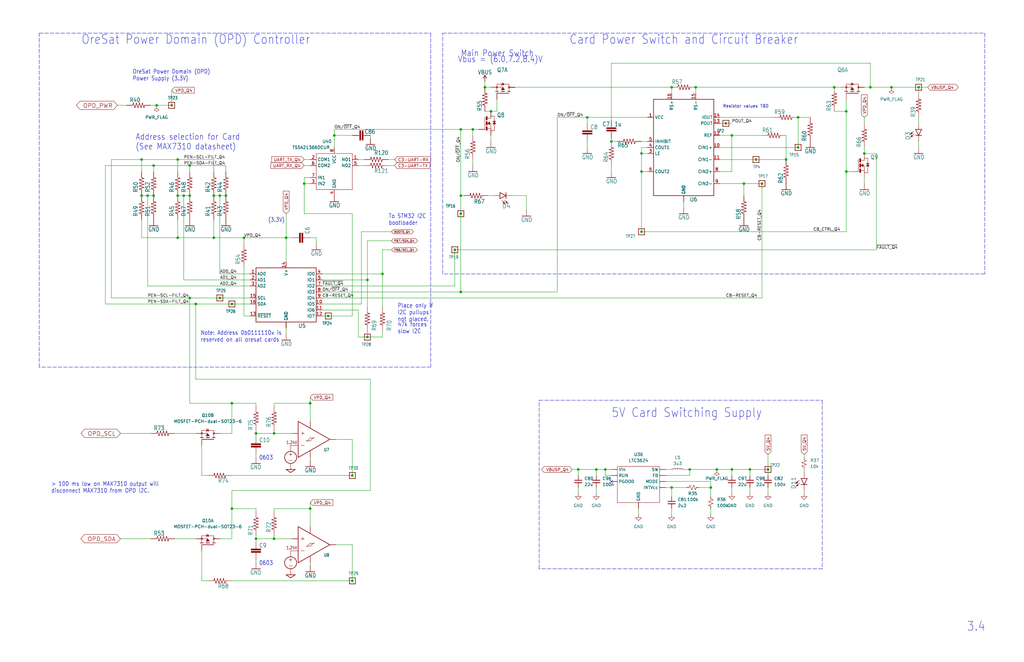
<source format=kicad_sch>
(kicad_sch (version 20211123) (generator eeschema)
  (paper "B")
  (junction (at 107.95 227.33))
  (junction (at 102.87 100.33))
  (junction (at 194.31 90.17))
  (junction (at 336.55 62.23))
  (junction (at 92.71 82.55))
  (junction (at 64.77 82.55))
  (junction (at 251.46 198.12))
  (junction (at 293.37 36.83))
  (junction (at 313.69 77.47))
  (junction (at 154.94 142.24))
  (junction (at 148.59 245.11))
  (junction (at 207.01 46.99))
  (junction (at 128.27 77.47))
  (junction (at 331.47 67.31))
  (junction (at 290.83 198.12))
  (junction (at 306.07 52.07))
  (junction (at 336.55 49.53))
  (junction (at 130.81 170.18))
  (junction (at 97.79 214.63))
  (junction (at 356.87 72.39))
  (junction (at 194.31 123.19))
  (junction (at 387.35 36.83))
  (junction (at 74.93 82.55))
  (junction (at 97.79 128.27))
  (junction (at 270.51 72.39))
  (junction (at 367.03 36.83))
  (junction (at 194.31 54.61))
  (junction (at 199.39 54.61))
  (junction (at 59.69 82.55))
  (junction (at 80.01 69.85))
  (junction (at 148.59 200.66))
  (junction (at 375.92 36.83))
  (junction (at 140.97 57.15))
  (junction (at 115.57 227.33))
  (junction (at 318.77 67.31))
  (junction (at 270.51 97.79))
  (junction (at 90.17 100.33))
  (junction (at 283.21 205.74))
  (junction (at 255.27 198.12))
  (junction (at 364.49 64.77))
  (junction (at 138.43 133.35))
  (junction (at 115.57 182.88))
  (junction (at 90.17 82.55))
  (junction (at 74.93 67.31))
  (junction (at 283.21 36.83))
  (junction (at 59.69 67.31))
  (junction (at 243.84 198.12))
  (junction (at 72.39 44.45))
  (junction (at 120.65 100.33))
  (junction (at 62.23 82.55))
  (junction (at 204.47 36.83))
  (junction (at 308.61 57.15))
  (junction (at 356.87 46.99))
  (junction (at 66.04 44.45))
  (junction (at 194.31 82.55))
  (junction (at 257.81 59.69))
  (junction (at 130.81 214.63))
  (junction (at 321.31 77.47))
  (junction (at 270.51 64.77))
  (junction (at 316.23 198.12))
  (junction (at 351.79 36.83))
  (junction (at 95.25 82.55))
  (junction (at 154.94 118.11))
  (junction (at 308.61 198.12))
  (junction (at 77.47 82.55))
  (junction (at 80.01 125.73))
  (junction (at 299.72 205.74))
  (junction (at 82.55 128.27))
  (junction (at 64.77 69.85))
  (junction (at 107.95 182.88))
  (junction (at 74.93 100.33))
  (junction (at 92.71 125.73))
  (junction (at 80.01 82.55))
  (junction (at 302.26 198.12))
  (junction (at 323.85 198.12))
  (junction (at 191.77 105.41))
  (junction (at 97.79 170.18))
  (junction (at 247.65 49.53))
  (junction (at 161.29 115.57))
  (no_connect (at 257.81 203.2))
  (wire (pts (xy 151.13 130.81) (xy 151.13 142.24)))
  (wire (pts (xy 154.94 118.11) (xy 154.94 129.54)))
  (wire (pts (xy 288.29 198.12) (xy 290.83 198.12)))
  (wire (pts (xy 80.01 170.18) (xy 80.01 125.73)))
  (wire (pts (xy 323.85 191.77) (xy 323.85 198.12)))
  (wire (pts (xy 152.4 128.27) (xy 152.4 97.79)))
  (wire (pts (xy 107.95 184.15) (xy 107.95 182.88)))
  (wire (pts (xy 46.99 125.73) (xy 80.01 125.73)))
  (wire (pts (xy 156.21 57.15) (xy 156.21 58.42)))
  (wire (pts (xy 204.47 34.29) (xy 204.47 36.83)))
  (wire (pts (xy 153.67 69.85) (xy 151.13 69.85)))
  (wire (pts (xy 356.87 46.99) (xy 356.87 72.39)))
  (wire (pts (xy 204.47 46.99) (xy 207.01 46.99)))
  (wire (pts (xy 154.94 139.7) (xy 154.94 142.24)))
  (wire (pts (xy 313.69 82.55) (xy 313.69 77.47)))
  (wire (pts (xy 356.87 46.99) (xy 356.87 41.91)))
  (wire (pts (xy 387.35 49.53) (xy 387.35 52.07)))
  (wire (pts (xy 302.26 198.12) (xy 308.61 198.12)))
  (wire (pts (xy 356.87 72.39) (xy 356.87 97.79)))
  (wire (pts (xy 66.04 44.45) (xy 72.39 44.45)))
  (polyline (pts (xy 186.69 13.97) (xy 415.29 13.97)))
  (wire (pts (xy 351.79 46.99) (xy 356.87 46.99)))
  (wire (pts (xy 130.81 100.33) (xy 133.35 100.33)))
  (wire (pts (xy 290.83 198.12) (xy 290.83 200.66)))
  (wire (pts (xy 130.81 194.31) (xy 130.81 193.04)))
  (wire (pts (xy 316.23 198.12) (xy 316.23 200.66)))
  (wire (pts (xy 80.01 82.55) (xy 77.47 82.55)))
  (wire (pts (xy 102.87 102.87) (xy 102.87 100.33)))
  (wire (pts (xy 336.55 62.23) (xy 336.55 49.53)))
  (wire (pts (xy 364.49 49.53) (xy 364.49 52.07)))
  (wire (pts (xy 97.79 128.27) (xy 82.55 128.27)))
  (polyline (pts (xy 181.61 154.94) (xy 16.51 154.94)))
  (wire (pts (xy 135.89 125.73) (xy 321.31 125.73)))
  (wire (pts (xy 105.41 128.27) (xy 97.79 128.27)))
  (wire (pts (xy 308.61 198.12) (xy 308.61 200.66)))
  (wire (pts (xy 95.25 69.85) (xy 95.25 72.39)))
  (wire (pts (xy 59.69 67.31) (xy 74.93 67.31)))
  (wire (pts (xy 283.21 214.63) (xy 283.21 217.17)))
  (wire (pts (xy 130.81 177.8) (xy 130.81 170.18)))
  (wire (pts (xy 367.03 36.83) (xy 375.92 36.83)))
  (wire (pts (xy 166.37 69.85) (xy 163.83 69.85)))
  (wire (pts (xy 270.51 62.23) (xy 270.51 64.77)))
  (wire (pts (xy 154.94 142.24) (xy 161.29 142.24)))
  (wire (pts (xy 283.21 205.74) (xy 283.21 209.55)))
  (wire (pts (xy 120.65 100.33) (xy 120.65 90.17)))
  (wire (pts (xy 161.29 129.54) (xy 161.29 115.57)))
  (wire (pts (xy 130.81 170.18) (xy 115.57 170.18)))
  (wire (pts (xy 107.95 215.9) (xy 107.95 214.63)))
  (wire (pts (xy 234.95 49.53) (xy 247.65 49.53)))
  (wire (pts (xy 105.41 133.35) (xy 102.87 133.35)))
  (wire (pts (xy 194.31 90.17) (xy 194.31 123.19)))
  (wire (pts (xy 308.61 72.39) (xy 308.61 57.15)))
  (wire (pts (xy 97.79 207.01) (xy 156.21 207.01)))
  (wire (pts (xy 336.55 49.53) (xy 341.63 49.53)))
  (wire (pts (xy 321.31 125.73) (xy 321.31 77.47)))
  (wire (pts (xy 115.57 182.88) (xy 123.19 182.88)))
  (wire (pts (xy 339.09 198.12) (xy 339.09 199.39)))
  (wire (pts (xy 194.31 82.55) (xy 194.31 90.17)))
  (wire (pts (xy 364.49 36.83) (xy 367.03 36.83)))
  (wire (pts (xy 115.57 215.9) (xy 115.57 214.63)))
  (wire (pts (xy 195.58 82.55) (xy 194.31 82.55)))
  (wire (pts (xy 257.81 59.69) (xy 260.35 59.69)))
  (wire (pts (xy 270.51 97.79) (xy 270.51 72.39)))
  (wire (pts (xy 115.57 181.61) (xy 115.57 182.88)))
  (wire (pts (xy 255.27 198.12) (xy 255.27 200.66)))
  (wire (pts (xy 92.71 82.55) (xy 90.17 82.55)))
  (wire (pts (xy 303.53 62.23) (xy 336.55 62.23)))
  (wire (pts (xy 59.69 100.33) (xy 74.93 100.33)))
  (wire (pts (xy 288.29 87.63) (xy 288.29 85.09)))
  (wire (pts (xy 156.21 160.02) (xy 82.55 160.02)))
  (wire (pts (xy 161.29 115.57) (xy 135.89 115.57)))
  (wire (pts (xy 367.03 26.67) (xy 367.03 36.83)))
  (wire (pts (xy 97.79 170.18) (xy 80.01 170.18)))
  (wire (pts (xy 140.97 57.15) (xy 140.97 62.23)))
  (wire (pts (xy 306.07 52.07) (xy 308.61 52.07)))
  (wire (pts (xy 92.71 125.73) (xy 105.41 125.73)))
  (wire (pts (xy 77.47 118.11) (xy 77.47 82.55)))
  (wire (pts (xy 364.49 64.77) (xy 369.57 64.77)))
  (wire (pts (xy 323.85 205.74) (xy 323.85 208.28)))
  (wire (pts (xy 74.93 67.31) (xy 90.17 67.31)))
  (wire (pts (xy 62.23 82.55) (xy 59.69 82.55)))
  (wire (pts (xy 135.89 128.27) (xy 152.4 128.27)))
  (wire (pts (xy 257.81 58.42) (xy 257.81 59.69)))
  (wire (pts (xy 133.35 100.33) (xy 133.35 102.87)))
  (polyline (pts (xy 227.33 240.03) (xy 227.33 168.91)))
  (wire (pts (xy 283.21 36.83) (xy 283.21 39.37)))
  (wire (pts (xy 138.43 133.35) (xy 135.89 133.35)))
  (wire (pts (xy 318.77 67.31) (xy 331.47 67.31)))
  (wire (pts (xy 308.61 205.74) (xy 308.61 208.28)))
  (wire (pts (xy 105.41 120.65) (xy 62.23 120.65)))
  (wire (pts (xy 53.34 44.45) (xy 49.53 44.45)))
  (wire (pts (xy 82.55 160.02) (xy 82.55 128.27)))
  (wire (pts (xy 97.79 214.63) (xy 97.79 227.33)))
  (wire (pts (xy 64.77 82.55) (xy 62.23 82.55)))
  (wire (pts (xy 120.65 140.97) (xy 120.65 138.43)))
  (wire (pts (xy 339.09 191.77) (xy 339.09 193.04)))
  (wire (pts (xy 46.99 67.31) (xy 59.69 67.31)))
  (wire (pts (xy 90.17 72.39) (xy 90.17 67.31)))
  (wire (pts (xy 135.89 130.81) (xy 151.13 130.81)))
  (wire (pts (xy 303.53 49.53) (xy 326.39 49.53)))
  (wire (pts (xy 356.87 97.79) (xy 270.51 97.79)))
  (wire (pts (xy 148.59 229.87) (xy 148.59 245.11)))
  (polyline (pts (xy 181.61 13.97) (xy 181.61 154.94)))
  (wire (pts (xy 107.95 182.88) (xy 107.95 181.61)))
  (wire (pts (xy 270.51 64.77) (xy 270.51 72.39)))
  (wire (pts (xy 293.37 39.37) (xy 293.37 36.83)))
  (wire (pts (xy 387.35 59.69) (xy 387.35 62.23)))
  (wire (pts (xy 107.95 237.49) (xy 107.95 236.22)))
  (wire (pts (xy 257.81 26.67) (xy 367.03 26.67)))
  (wire (pts (xy 194.31 54.61) (xy 194.31 82.55)))
  (wire (pts (xy 323.85 200.66) (xy 323.85 198.12)))
  (wire (pts (xy 151.13 142.24) (xy 154.94 142.24)))
  (wire (pts (xy 156.21 207.01) (xy 156.21 160.02)))
  (wire (pts (xy 234.95 123.19) (xy 194.31 123.19)))
  (wire (pts (xy 251.46 198.12) (xy 251.46 200.66)))
  (wire (pts (xy 63.5 44.45) (xy 66.04 44.45)))
  (wire (pts (xy 64.77 72.39) (xy 64.77 69.85)))
  (wire (pts (xy 130.81 222.25) (xy 130.81 214.63)))
  (wire (pts (xy 270.51 64.77) (xy 273.05 64.77)))
  (wire (pts (xy 107.95 227.33) (xy 107.95 228.6)))
  (wire (pts (xy 251.46 205.74) (xy 251.46 208.28)))
  (wire (pts (xy 199.39 54.61) (xy 194.31 54.61)))
  (wire (pts (xy 299.72 203.2) (xy 299.72 205.74)))
  (wire (pts (xy 359.41 72.39) (xy 356.87 72.39)))
  (wire (pts (xy 209.55 46.99) (xy 209.55 41.91)))
  (polyline (pts (xy 346.71 168.91) (xy 346.71 240.03)))
  (wire (pts (xy 59.69 100.33) (xy 59.69 92.71)))
  (wire (pts (xy 280.67 198.12) (xy 283.21 198.12)))
  (wire (pts (xy 161.29 105.41) (xy 165.1 105.41)))
  (wire (pts (xy 135.89 118.11) (xy 154.94 118.11)))
  (polyline (pts (xy 415.29 13.97) (xy 415.29 115.57)))
  (wire (pts (xy 130.81 170.18) (xy 130.81 167.64)))
  (wire (pts (xy 44.45 69.85) (xy 64.77 69.85)))
  (wire (pts (xy 199.39 54.61) (xy 201.93 54.61)))
  (wire (pts (xy 204.47 36.83) (xy 207.01 36.83)))
  (wire (pts (xy 85.09 245.11) (xy 85.09 232.41)))
  (wire (pts (xy 243.84 198.12) (xy 251.46 198.12)))
  (wire (pts (xy 107.95 214.63) (xy 97.79 214.63)))
  (polyline (pts (xy 415.29 115.57) (xy 186.69 115.57)))
  (wire (pts (xy 166.37 67.31) (xy 163.83 67.31)))
  (wire (pts (xy 148.59 90.17) (xy 128.27 90.17)))
  (wire (pts (xy 154.94 101.6) (xy 165.1 101.6)))
  (wire (pts (xy 391.16 36.83) (xy 387.35 36.83)))
  (wire (pts (xy 234.95 123.19) (xy 234.95 49.53)))
  (wire (pts (xy 107.95 227.33) (xy 107.95 226.06)))
  (wire (pts (xy 87.63 200.66) (xy 85.09 200.66)))
  (wire (pts (xy 161.29 142.24) (xy 161.29 139.7)))
  (wire (pts (xy 255.27 200.66) (xy 257.81 200.66)))
  (wire (pts (xy 130.81 74.93) (xy 128.27 74.93)))
  (wire (pts (xy 59.69 72.39) (xy 59.69 67.31)))
  (wire (pts (xy 140.97 54.61) (xy 194.31 54.61)))
  (wire (pts (xy 105.41 115.57) (xy 92.71 115.57)))
  (wire (pts (xy 351.79 36.83) (xy 354.33 36.83)))
  (wire (pts (xy 128.27 77.47) (xy 130.81 77.47)))
  (wire (pts (xy 141.605 229.87) (xy 148.59 229.87)))
  (wire (pts (xy 130.81 214.63) (xy 130.81 212.09)))
  (wire (pts (xy 251.46 198.12) (xy 255.27 198.12)))
  (wire (pts (xy 247.65 52.07) (xy 247.65 49.53)))
  (wire (pts (xy 115.57 226.06) (xy 115.57 227.33)))
  (wire (pts (xy 270.51 72.39) (xy 273.05 72.39)))
  (wire (pts (xy 205.74 82.55) (xy 208.28 82.55)))
  (wire (pts (xy 97.79 245.11) (xy 148.59 245.11)))
  (wire (pts (xy 105.41 118.11) (xy 77.47 118.11)))
  (wire (pts (xy 215.9 82.55) (xy 221.996 82.55)))
  (wire (pts (xy 303.53 57.15) (xy 308.61 57.15)))
  (wire (pts (xy 74.93 100.33) (xy 90.17 100.33)))
  (polyline (pts (xy 227.33 168.91) (xy 346.71 168.91)))
  (polyline (pts (xy 186.69 115.57) (xy 186.69 13.97)))
  (wire (pts (xy 217.17 36.83) (xy 283.21 36.83)))
  (wire (pts (xy 313.69 77.47) (xy 303.53 77.47)))
  (wire (pts (xy 128.27 69.85) (xy 130.81 69.85)))
  (wire (pts (xy 243.84 200.66) (xy 243.84 198.12)))
  (wire (pts (xy 364.49 74.93) (xy 364.49 77.47)))
  (wire (pts (xy 44.45 128.27) (xy 44.45 69.85)))
  (wire (pts (xy 207.01 46.99) (xy 209.55 46.99)))
  (wire (pts (xy 331.47 67.31) (xy 331.47 57.15)))
  (wire (pts (xy 141.605 185.42) (xy 148.59 185.42)))
  (wire (pts (xy 80.01 72.39) (xy 80.01 69.85)))
  (wire (pts (xy 77.47 82.55) (xy 74.93 82.55)))
  (wire (pts (xy 257.81 72.39) (xy 257.81 69.85)))
  (wire (pts (xy 364.49 62.23) (xy 364.49 64.77)))
  (wire (pts (xy 128.27 67.31) (xy 130.81 67.31)))
  (wire (pts (xy 63.5 227.33) (xy 50.8 227.33)))
  (wire (pts (xy 257.81 50.8) (xy 257.81 26.67)))
  (wire (pts (xy 107.95 171.45) (xy 107.95 170.18)))
  (wire (pts (xy 161.29 105.41) (xy 161.29 115.57)))
  (wire (pts (xy 280.67 200.66) (xy 290.83 200.66)))
  (wire (pts (xy 62.23 120.65) (xy 62.23 82.55)))
  (wire (pts (xy 273.05 62.23) (xy 270.51 62.23)))
  (wire (pts (xy 308.61 198.12) (xy 316.23 198.12)))
  (wire (pts (xy 97.79 214.63) (xy 97.79 207.01)))
  (wire (pts (xy 321.31 77.47) (xy 313.69 77.47)))
  (wire (pts (xy 299.72 205.74) (xy 299.72 209.55)))
  (wire (pts (xy 299.72 214.63) (xy 299.72 217.17)))
  (wire (pts (xy 95.25 82.55) (xy 92.71 82.55)))
  (wire (pts (xy 154.94 118.11) (xy 154.94 101.6)))
  (wire (pts (xy 90.17 100.33) (xy 90.17 92.71)))
  (wire (pts (xy 257.81 198.12) (xy 255.27 198.12)))
  (wire (pts (xy 303.53 52.07) (xy 306.07 52.07)))
  (wire (pts (xy 247.65 62.23) (xy 247.65 59.69)))
  (wire (pts (xy 107.95 193.04) (xy 107.95 191.77)))
  (wire (pts (xy 293.37 36.83) (xy 351.79 36.83)))
  (wire (pts (xy 241.3 198.12) (xy 243.84 198.12)))
  (wire (pts (xy 387.35 36.83) (xy 387.35 39.37)))
  (wire (pts (xy 273.05 59.69) (xy 270.51 59.69)))
  (wire (pts (xy 303.53 72.39) (xy 308.61 72.39)))
  (wire (pts (xy 199.39 57.15) (xy 199.39 54.61)))
  (wire (pts (xy 207.01 57.15) (xy 207.01 59.69)))
  (wire (pts (xy 135.89 123.19) (xy 194.31 123.19)))
  (wire (pts (xy 120.65 100.33) (xy 123.19 100.33)))
  (wire (pts (xy 115.57 227.33) (xy 123.19 227.33)))
  (polyline (pts (xy 346.71 240.03) (xy 227.33 240.03)))
  (wire (pts (xy 152.4 97.79) (xy 165.1 97.79)))
  (wire (pts (xy 115.57 171.45) (xy 115.57 170.18)))
  (wire (pts (xy 138.43 133.35) (xy 148.59 133.35)))
  (wire (pts (xy 191.77 120.65) (xy 135.89 120.65)))
  (wire (pts (xy 294.64 205.74) (xy 299.72 205.74)))
  (wire (pts (xy 128.27 77.47) (xy 128.27 90.17)))
  (wire (pts (xy 82.55 182.88) (xy 73.66 182.88)))
  (wire (pts (xy 130.81 214.63) (xy 115.57 214.63)))
  (wire (pts (xy 318.77 67.31) (xy 303.53 67.31)))
  (wire (pts (xy 153.67 67.31) (xy 151.13 67.31)))
  (wire (pts (xy 74.93 100.33) (xy 74.93 92.71)))
  (wire (pts (xy 140.97 57.15) (xy 148.59 57.15)))
  (wire (pts (xy 92.71 115.57) (xy 92.71 82.55)))
  (wire (pts (xy 191.77 105.41) (xy 191.77 120.65)))
  (wire (pts (xy 102.87 113.03) (xy 102.87 133.35)))
  (wire (pts (xy 316.23 198.12) (xy 323.85 198.12)))
  (wire (pts (xy 64.77 69.85) (xy 80.01 69.85)))
  (wire (pts (xy 130.81 238.76) (xy 130.81 237.49)))
  (wire (pts (xy 107.95 170.18) (xy 97.79 170.18)))
  (wire (pts (xy 46.99 125.73) (xy 46.99 67.31)))
  (wire (pts (xy 97.79 170.18) (xy 97.79 182.88)))
  (polyline (pts (xy 16.51 154.94) (xy 16.51 13.97)))
  (wire (pts (xy 72.39 44.45) (xy 72.39 38.1)))
  (wire (pts (xy 80.01 125.73) (xy 92.71 125.73)))
  (wire (pts (xy 199.39 67.31) (xy 199.39 69.85)))
  (wire (pts (xy 74.93 72.39) (xy 74.93 67.31)))
  (wire (pts (xy 140.97 54.61) (xy 140.97 57.15)))
  (wire (pts (xy 102.87 100.33) (xy 120.65 100.33)))
  (wire (pts (xy 97.79 200.66) (xy 148.59 200.66)))
  (wire (pts (xy 97.79 227.33) (xy 92.71 227.33)))
  (wire (pts (xy 120.65 110.49) (xy 120.65 100.33)))
  (wire (pts (xy 339.09 207.01) (xy 339.09 208.28)))
  (wire (pts (xy 243.84 205.74) (xy 243.84 208.28)))
  (wire (pts (xy 97.79 182.88) (xy 92.71 182.88)))
  (wire (pts (xy 283.21 205.74) (xy 280.67 205.74)))
  (wire (pts (xy 85.09 187.96) (xy 85.09 200.66)))
  (wire (pts (xy 316.23 205.74) (xy 316.23 208.28)))
  (wire (pts (xy 369.57 105.41) (xy 191.77 105.41)))
  (wire (pts (xy 280.67 203.2) (xy 299.72 203.2)))
  (wire (pts (xy 290.83 198.12) (xy 302.26 198.12)))
  (polyline (pts (xy 16.51 13.97) (xy 181.61 13.97)))
  (wire (pts (xy 308.61 57.15) (xy 321.31 57.15)))
  (wire (pts (xy 128.27 74.93) (xy 128.27 77.47)))
  (wire (pts (xy 63.5 182.88) (xy 50.8 182.88)))
  (wire (pts (xy 87.63 245.11) (xy 85.09 245.11)))
  (wire (pts (xy 269.24 214.63) (xy 269.24 217.17)))
  (wire (pts (xy 82.55 227.33) (xy 73.66 227.33)))
  (wire (pts (xy 375.92 36.83) (xy 387.35 36.83)))
  (wire (pts (xy 148.59 133.35) (xy 148.59 90.17)))
  (wire (pts (xy 148.59 185.42) (xy 148.59 200.66)))
  (wire (pts (xy 369.57 64.77) (xy 369.57 105.41)))
  (wire (pts (xy 221.996 82.55) (xy 221.996 88.646)))
  (wire (pts (xy 107.95 182.88) (xy 115.57 182.88)))
  (wire (pts (xy 283.21 205.74) (xy 289.56 205.74)))
  (wire (pts (xy 247.65 49.53) (xy 273.05 49.53)))
  (wire (pts (xy 80.01 69.85) (xy 95.25 69.85)))
  (wire (pts (xy 82.55 128.27) (xy 44.45 128.27)))
  (wire (pts (xy 107.95 227.33) (xy 115.57 227.33)))
  (wire (pts (xy 90.17 100.33) (xy 102.87 100.33)))
  (text "> 100 ms low on MAX7310 output will\ndisconnect MAX7310 from OPD I2C." (at 21.59 208.28 0) (effects (font (size 1.778 1.5113)) (justify left bottom)))
  (text "5V Card Switching Supply" (at 257.81 176.53 180) (effects (font (size 3.81 3.2385)) (justify left bottom)))
  (text "Place only if\nI2C pullups\nnot placed." (at 167.64 135.89 180) (effects (font (size 1.778 1.5113)) (justify left bottom)))
  (text "47k forces\nslow I2C" (at 167.64 140.97 180) (effects (font (size 1.778 1.5113)) (justify left bottom)))
  (text "Main Power Switch" (at 194.31 24.13 180) (effects (font (size 2.54 2.159)) (justify left bottom)))
  (text "Note: Address 0b0111110x is\nreserved on all oresat cards" (at 84.582 144.526 0) (effects (font (size 1.778 1.5113)) (justify left bottom)))
  (text "Vbus = (6.0,7.2,8.4)V" (at 193.04 26.67 180) (effects (font (size 2.54 2.159)) (justify left bottom)))
  (text "0603" (at 109.22 194.31 180) (effects (font (size 1.778 1.5113)) (justify left bottom)))
  (text "Resistor values TBD" (at 304.8 45.72 0) (effects (font (size 1.27 1.27)) (justify left bottom)))
  (text "(3.3V)" (at 113.03 93.98 180) (effects (font (size 1.778 1.5113)) (justify left bottom)))
  (text "OreSat Power Domain (OPD) Controller" (at 34.29 19.05 180) (effects (font (size 3.81 3.2385)) (justify left bottom)))
  (text "OreSat Power Domain (OPD)\nPower Supply (3.3V)" (at 55.88 34.29 180) (effects (font (size 1.778 1.5113)) (justify left bottom)))
  (text "3.4" (at 407.67 266.7 180) (effects (font (size 3.81 3.2385)) (justify left bottom)))
  (text "To STM32 I2C\nbootloader" (at 163.83 95.25 180) (effects (font (size 1.778 1.5113)) (justify left bottom)))
  (text "0603" (at 109.22 238.76 180) (effects (font (size 1.778 1.5113)) (justify left bottom)))
  (text "Address selection for Card\n(See MAX7310 datasheet)" (at 57.15 63.5 0) (effects (font (size 2.54 2.159)) (justify left bottom)))
  (text "Card Power Switch and Circuit Breaker" (at 240.03 19.05 180) (effects (font (size 3.81 3.2385)) (justify left bottom)))
  (label "PEN-SCL-FILT_Q4" (at 62.23 125.73 0) (effects (font (size 1.2446 1.2446))))
  (label "PEN-SDA-FILT_Q4" (at 77.47 69.85 0) (effects (font (size 1.2446 1.2446))))
  (label "VPD_Q4" (at 102.87 100.33 0) (effects (font (size 1.2446 1.2446))))
  (label "CB_CTRL_Q4" (at 342.9 97.79 0) (effects (font (size 1.2446 1.2446))))
  (label "AD1_Q4" (at 92.71 118.11 0) (effects (font (size 1.2446 1.2446))))
  (label "CB-RESET_Q4" (at 306.07 125.73 0) (effects (font (size 1.2446 1.2446))))
  (label "POUT_Q4" (at 308.61 52.07 0) (effects (font (size 1.2446 1.2446))))
  (label "AD0_Q4" (at 92.71 115.57 0) (effects (font (size 1.2446 1.2446))))
  (label "AD2_Q4" (at 92.71 120.65 0) (effects (font (size 1.2446 1.2446))))
  (label "ON/~{OFF}_Q4" (at 135.89 123.19 0) (effects (font (size 1.2446 1.2446))))
  (label "~{FAULT_Q4}" (at 135.89 120.65 0) (effects (font (size 1.2446 1.2446))))
  (label "ON/~{OFF}_Q4" (at 234.95 49.53 0) (effects (font (size 1.2446 1.2446))))
  (label "CB-RESET_Q4" (at 321.31 101.6 90) (effects (font (size 1.2446 1.2446))))
  (label "~{FAULT_Q4}" (at 369.57 105.41 0) (effects (font (size 1.2446 1.2446))))
  (label "ON/~{OFF}_Q4" (at 194.31 68.58 90) (effects (font (size 1.2446 1.2446))))
  (label "PEN-SDA-FILT_Q4" (at 62.23 128.27 0) (effects (font (size 1.2446 1.2446))))
  (label "PEN-SCL-FILT_Q4" (at 77.47 67.31 0) (effects (font (size 1.2446 1.2446))))
  (label "CB-RESET_Q4" (at 135.89 125.73 0) (effects (font (size 1.2446 1.2446))))
  (label "ON/~{OFF}_Q4" (at 140.97 54.61 0) (effects (font (size 1.2446 1.2446))))
  (global_label "5V_Q4" (shape input) (at 323.85 191.77 90) (property "Intersheet References" "${INTERSHEET_REFS}" (effects hide)))
  (global_label "BOOT0_Q4" (shape bidirectional) (at 165.1 97.79 0) (effects (font (size 0.889 0.889))) (property "Intersheet References" "${INTERSHEET_REFS}" (effects hide)))
  (global_label "VBUSP_Q4" (shape bidirectional) (at 241.3 198.12 180) (effects (font (size 1.2446 1.2446))) (property "Intersheet References" "${INTERSHEET_REFS}" (effects hide)))
  (global_label "UART_TX_Q4" (shape input) (at 128.27 67.31 180) (property "Intersheet References" "${INTERSHEET_REFS}" (effects hide)))
  (global_label "OPD_SCL" (shape bidirectional) (at 50.8 182.88 180) (effects (font (size 1.778 1.778))) (property "Intersheet References" "${INTERSHEET_REFS}" (effects hide)))
  (global_label "VPD_Q4" (shape input) (at 130.81 167.64 0) (property "Intersheet References" "${INTERSHEET_REFS}" (effects hide)))
  (global_label "PB6/SCL_Q4" (shape bidirectional) (at 165.1 105.41 0) (effects (font (size 0.889 0.889))) (property "Intersheet References" "${INTERSHEET_REFS}" (effects hide)))
  (global_label "VPD_Q4" (shape input) (at 130.81 212.09 0) (property "Intersheet References" "${INTERSHEET_REFS}" (effects hide)))
  (global_label "OPD_PWR" (shape bidirectional) (at 49.53 44.45 180) (effects (font (size 1.778 1.778))) (property "Intersheet References" "${INTERSHEET_REFS}" (effects hide)))
  (global_label "VBUSP_Q4" (shape bidirectional) (at 391.16 36.83 0) (effects (font (size 1.2446 1.2446))) (property "Intersheet References" "${INTERSHEET_REFS}" (effects hide)))
  (global_label "C3-UART-RX" (shape input) (at 166.37 67.31 0) (property "Intersheet References" "${INTERSHEET_REFS}" (effects hide)))
  (global_label "VPD_Q4" (shape input) (at 364.49 49.53 90) (property "Intersheet References" "${INTERSHEET_REFS}" (effects hide)))
  (global_label "OPD_SDA" (shape bidirectional) (at 50.8 227.33 180) (effects (font (size 1.778 1.778))) (property "Intersheet References" "${INTERSHEET_REFS}" (effects hide)))
  (global_label "PB7/SDA_Q4" (shape bidirectional) (at 165.1 101.6 0) (effects (font (size 0.889 0.889))) (property "Intersheet References" "${INTERSHEET_REFS}" (effects hide)))
  (global_label "VPD_Q4" (shape input) (at 120.65 90.17 90) (property "Intersheet References" "${INTERSHEET_REFS}" (effects hide)))
  (global_label "VPD_Q4" (shape input) (at 72.39 38.1 0) (property "Intersheet References" "${INTERSHEET_REFS}" (effects hide)))
  (global_label "5V_Q4" (shape input) (at 339.09 191.77 90) (property "Intersheet References" "${INTERSHEET_REFS}" (effects hide)))
  (global_label "C3-UART-TX" (shape input) (at 166.37 69.85 0) (property "Intersheet References" "${INTERSHEET_REFS}" (effects hide)))
  (global_label "UART_RX_Q4" (shape input) (at 128.27 69.85 180) (property "Intersheet References" "${INTERSHEET_REFS}" (effects hide)))
  (symbol (lib_id "oresat-acs-card-eagle-import:GND") (at 107.95 195.58 0) (unit 1)
    (property "Reference" "#GND049" (effects hide))
    (property "Value" "GND" (at 105.41 198.12 0) (effects (font (size 1.778 1.5113)) (justify left bottom)))
  )
  (symbol (lib_id "oresat-acs-card-eagle-import:GND") (at 120.65 143.51 0) (mirror y) (unit 1)
    (property "Reference" "#GND029" (effects hide))
    (property "Value" "GND" (at 123.19 146.05 0) (effects (font (size 1.778 1.5113)) (justify left bottom)))
  )
  (symbol (lib_id "power:GND") (at 308.61 208.28 0) (unit 1)
    (property "Reference" "#PWR035" (effects hide))
    (property "Value" "GND" (at 308.61 213.36 0))
  )
  (symbol (lib_id "oresat-acs-card-eagle-import:TEST-POINT-LARGE-SQUARE") (at 387.35 36.83 0) (unit 1)
    (property "Reference" "TP21" (at 386.08 34.29 0) (effects (font (size 1.27 1.0795)) (justify left bottom)))
    (property "Value" "TEST-POINT-LARGE-SQUARE" (effects hide))
    (property "Footprint" "oresat-acs-card:1X01" (effects hide))
  )
  (symbol (lib_id "oresat-acs-card-eagle-import:TEST-POINT-LARGE-SQUARE") (at 306.07 52.07 0) (unit 1)
    (property "Reference" "TP2" (at 302.26 55.88 0) (effects (font (size 1.27 1.0795)) (justify left bottom)))
    (property "Value" "TEST-POINT-LARGE-SQUARE" (effects hide))
    (property "Footprint" "oresat-acs-card:1X01" (effects hide))
  )
  (symbol (lib_id "oresat-acs-card-eagle-import:R-US_0603-C-NOSILK") (at 265.43 59.69 180) (unit 1)
    (property "Reference" "R65" (at 260.35 62.23 0) (effects (font (size 1.778 1.5113)) (justify right top)))
    (property "Value" "10k" (at 265.43 62.23 0) (effects (font (size 1.778 1.5113)) (justify right top)))
    (property "Footprint" "oresat-acs-card:.0603-C-NOSILK" (effects hide))
    (property "Value" "RC1005F6653CS" (effects hide))
  )
  (symbol (lib_id "oresat-acs-card-eagle-import:C-EU0603-C-NOSILK") (at 128.27 100.33 270) (mirror x) (unit 1)
    (property "Reference" "C6" (at 128.651 98.806 0) (effects (font (size 1.778 1.5113)) (justify left bottom)))
    (property "Value" "100n" (at 123.571 98.806 0) (effects (font (size 1.778 1.5113)) (justify left bottom)))
    (property "Footprint" "oresat-acs-card:.0603-C-NOSILK" (effects hide))
    (property "Value" "CL10B104KB8NNNL" (effects hide))
  )
  (symbol (lib_id "oresat-acs-card-eagle-import:R-US_0603-C-NOSILK") (at 95.25 87.63 90) (unit 1)
    (property "Reference" "R43" (at 93.7514 91.44 0) (effects (font (size 1.778 1.5113)) (justify left bottom)))
    (property "Value" "NP" (at 93.472 86.36 0) (effects (font (size 1.778 1.5113)) (justify left bottom)))
    (property "Footprint" "oresat-acs-card:.0603-C-NOSILK" (effects hide))
    (property "Value" "RC1005F6653CS" (effects hide))
  )
  (symbol (lib_id "oresat-acs-card-eagle-import:TEST-POINT-LARGE-SQUARE") (at 194.31 90.17 0) (unit 1)
    (property "Reference" "TP16" (at 187.96 87.63 0) (effects (font (size 1.27 1.0795)) (justify left bottom)))
    (property "Value" "TEST-POINT-LARGE-SQUARE" (effects hide))
    (property "Footprint" "oresat-acs-card:1X01" (effects hide))
  )
  (symbol (lib_id "oresat-acs-card-eagle-import:TEST-POINT-LARGE-SQUARE") (at 154.94 142.24 90) (unit 1)
    (property "Reference" "TP28" (at 152.4 146.05 90) (effects (font (size 1.27 1.0795)) (justify right top)))
    (property "Value" "TEST-POINT-LARGE-SQUARE" (effects hide))
    (property "Footprint" "oresat-acs-card:1X01" (effects hide))
  )
  (symbol (lib_id "oresat-acs-card-eagle-import:R-US_0603-C-NOSILK") (at 161.29 134.62 90) (unit 1)
    (property "Reference" "R70" (at 165.1 139.7 0) (effects (font (size 1.778 1.5113)) (justify left bottom)))
    (property "Value" "47k" (at 165.1 133.35 0) (effects (font (size 1.778 1.5113)) (justify left bottom)))
    (property "Footprint" "oresat-acs-card:.0603-C-NOSILK" (effects hide))
    (property "Value" "RC0603FR-0747KL" (effects hide))
  )
  (symbol (lib_id "oresat-acs-card-eagle-import:GND") (at 387.35 64.77 0) (mirror y) (unit 1)
    (property "Reference" "#GND028" (effects hide))
    (property "Value" "GND" (at 389.89 67.31 0) (effects (font (size 1.778 1.5113)) (justify left bottom)))
  )
  (symbol (lib_id "oresat-acs-card-eagle-import:GND") (at 207.01 62.23 0) (mirror y) (unit 1)
    (property "Reference" "#GND035" (effects hide))
    (property "Value" "GND" (at 209.55 64.77 0) (effects (font (size 1.778 1.5113)) (justify left bottom)))
  )
  (symbol (lib_id "oresat-acs-card-eagle-import:GND") (at 364.49 80.01 0) (mirror y) (unit 1)
    (property "Reference" "#GND041" (effects hide))
    (property "Value" "GND" (at 367.03 82.55 0) (effects (font (size 1.778 1.5113)) (justify left bottom)))
  )
  (symbol (lib_id "U-Linear Tech-LTC3624:LTC3624") (at 269.24 194.31 0) (unit 1)
    (property "Reference" "U36" (at 269.24 191.77 0))
    (property "Value" "LTC3624" (at 269.24 194.31 0))
    (property "Footprint" "oresat-footprints:DFN-8-1EP_3x3mm_P0.5mm_EP1.65x2.38mm_ThermalVias0.3mm" (effects hide))
    (property "Datasheet" "https://www.analog.com/media/en/technical-documentation/data-sheets/36242fd.pdf" (effects hide))
    (property "MFG" "Analog Devices" (effects hide))
    (property "MPN" "LTC3624IDD-5#PBF" (effects hide))
    (property "Description" "IC REG BUCK 5V 2A 8DFN" (effects hide))
  )
  (symbol (lib_id "power:GND") (at 339.09 208.28 0) (unit 1)
    (property "Reference" "#PWR024" (effects hide))
    (property "Value" "GND" (at 339.09 213.36 0))
  )
  (symbol (lib_id "oresat-acs-card-eagle-import:R-US_R1206") (at 288.29 36.83 0) (unit 1)
    (property "Reference" "R57" (at 283.21 35.56 0) (effects (font (size 1.778 1.5113)) (justify left bottom)))
    (property "Value" "100m" (at 289.56 35.56 0) (effects (font (size 1.778 1.5113)) (justify left bottom)))
    (property "Footprint" "oresat-acs-card:R1206" (effects hide))
    (property "Value" "CSR1206FTR100" (effects hide))
  )
  (symbol (lib_id "oresat-acs-card-eagle-import:GND") (at 247.65 64.77 0) (mirror y) (unit 1)
    (property "Reference" "#GND042" (effects hide))
    (property "Value" "GND" (at 250.19 67.31 0) (effects (font (size 1.778 1.5113)) (justify left bottom)))
  )
  (symbol (lib_id "oresat-acs-card-eagle-import:R-US_0603-C-NOSILK") (at 387.35 44.45 90) (unit 1)
    (property "Reference" "R39" (at 386.08 49.53 0) (effects (font (size 1.778 1.5113)) (justify left bottom)))
    (property "Value" "10k" (at 386.08 44.45 0) (effects (font (size 1.778 1.5113)) (justify left bottom)))
    (property "Footprint" "oresat-acs-card:.0603-C-NOSILK" (effects hide))
    (property "Value" "CRGCQ0603F2K7" (effects hide))
  )
  (symbol (lib_id "oresat-acs-card-eagle-import:VBUS") (at 204.47 31.75 0) (unit 1)
    (property "Reference" "#VBUS02" (effects hide))
    (property "Value" "VBUS" (at 204.47 31.496 0) (effects (font (size 1.778 1.5113)) (justify bottom)))
  )
  (symbol (lib_id "oresat-acs-card-eagle-import:C-EU0603-C-NOSILK") (at 107.95 231.14 0) (unit 1)
    (property "Reference" "C9" (at 109.22 231.14 0) (effects (font (size 1.778 1.5113)) (justify left bottom)))
    (property "Value" "1u" (at 109.22 236.22 0) (effects (font (size 1.778 1.5113)) (justify left bottom)))
    (property "Footprint" "oresat-acs-card:.0603-C-NOSILK" (effects hide))
    (property "Value" "CC0603KRX7R7BB105" (effects hide))
  )
  (symbol (lib_id "oresat-acs-card-eagle-import:R-US_0603-C-NOSILK") (at 64.77 77.47 90) (unit 1)
    (property "Reference" "R52" (at 63.2714 81.28 0) (effects (font (size 1.778 1.5113)) (justify left bottom)))
    (property "Value" "NP" (at 62.992 76.2 0) (effects (font (size 1.778 1.5113)) (justify left bottom)))
    (property "Footprint" "oresat-acs-card:.0603-C-NOSILK" (effects hide))
    (property "Value" "RC1005F6653CS" (effects hide))
  )
  (symbol (lib_id "oresat-acs-card-eagle-import:TEST-POINT-LARGE-SQUARE") (at 148.59 245.11 180) (unit 1)
    (property "Reference" "TP29" (at 151.13 241.3 0) (effects (font (size 1.27 1.0795)) (justify left bottom)))
    (property "Value" "TEST-POINT-LARGE-SQUARE" (effects hide))
    (property "Footprint" "oresat-acs-card:1X01" (effects hide))
  )
  (symbol (lib_id "Device:L_Small") (at 285.75 198.12 90) (unit 1)
    (property "Reference" "L5" (at 285.75 193.04 90))
    (property "Value" "3u3" (at 285.75 195.58 90))
    (property "Footprint" "oresat-footprints:L_ECS-MPI4040" (effects hide))
    (property "MFR" "Coilcraft" (effects hide))
    (property "MPN" "XGL4030-332MEC" (effects hide))
    (property "Description" "FIXED IND 3.3UH 7.5A 21.9MOHM SM" (effects hide))
  )
  (symbol (lib_id "oresat-acs-card-eagle-import:TS5A21366DCUR") (at 140.97 72.39 0) (unit 1)
    (property "Reference" "U40" (at 135.89 59.69 0) (effects (justify left)))
    (property "Value" "TS5A21366DCUR" (at 123.19 62.23 0) (effects (justify left)))
    (property "Footprint" "oresat-acs-card:DCU-R-PDSO-G8" (effects hide))
  )
  (symbol (lib_id "oresat-acs-card-eagle-import:GND") (at 130.81 196.85 0) (mirror y) (unit 1)
    (property "Reference" "#GND047" (effects hide))
    (property "Value" "GND" (at 133.35 199.39 0) (effects (font (size 1.778 1.5113)) (justify left bottom)))
  )
  (symbol (lib_id "Device:R_Small_US") (at 292.1 205.74 90) (unit 1)
    (property "Reference" "R35" (at 292.1 208.28 90))
    (property "Value" "100k" (at 292.1 210.82 90))
    (property "Footprint" "Resistor_SMD:R_0603_1608Metric" (effects hide))
  )
  (symbol (lib_id "oresat-acs-card-eagle-import:TEST-POINT-LARGE-SQUARE") (at 191.77 105.41 0) (unit 1)
    (property "Reference" "TP19" (at 189.23 109.22 0) (effects (font (size 1.27 1.0795)) (justify left bottom)))
    (property "Value" "TEST-POINT-LARGE-SQUARE" (effects hide))
    (property "Footprint" "oresat-acs-card:1X01" (effects hide))
  )
  (symbol (lib_id "oresat-acs-card-eagle-import:R-US_0603-C-NOSILK") (at 102.87 107.95 90) (unit 1)
    (property "Reference" "R54" (at 101.3714 111.76 0) (effects (font (size 1.778 1.5113)) (justify left bottom)))
    (property "Value" "10k" (at 101.092 105.41 0) (effects (font (size 1.778 1.5113)) (justify left bottom)))
    (property "Footprint" "oresat-acs-card:.0603-C-NOSILK" (effects hide))
    (property "Value" "RC0603FR-0710KL" (effects hide))
  )
  (symbol (lib_id "oresat-acs-card-eagle-import:R-US_0603-C-NOSILK") (at 80.01 77.47 90) (unit 1)
    (property "Reference" "R48" (at 78.5114 81.28 0) (effects (font (size 1.778 1.5113)) (justify left bottom)))
    (property "Value" "NP" (at 78.232 76.2 0) (effects (font (size 1.778 1.5113)) (justify left bottom)))
    (property "Footprint" "oresat-acs-card:.0603-C-NOSILK" (effects hide))
    (property "Value" "RC1005F6653CS" (effects hide))
  )
  (symbol (lib_id "power:GND") (at 243.84 208.28 0) (unit 1)
    (property "Reference" "#PWR019" (effects hide))
    (property "Value" "GND" (at 243.84 213.36 0))
  )
  (symbol (lib_id "oresat-acs-card-eagle-import:GND") (at 133.35 105.41 0) (mirror y) (unit 1)
    (property "Reference" "#GND030" (effects hide))
    (property "Value" "GND" (at 135.89 107.95 0) (effects (font (size 1.778 1.5113)) (justify left bottom)))
  )
  (symbol (lib_id "oresat-acs-card-eagle-import:TEST-POINT-LARGE-SQUARE") (at 72.39 44.45 180) (unit 1)
    (property "Reference" "TP23" (at 74.93 40.64 0) (effects (font (size 1.27 1.0795)) (justify left bottom)))
    (property "Value" "TEST-POINT-LARGE-SQUARE" (effects hide))
    (property "Footprint" "oresat-acs-card:1X01" (effects hide))
  )
  (symbol (lib_id "power:GND") (at 269.24 217.17 0) (unit 1)
    (property "Reference" "#PWR020" (effects hide))
    (property "Value" "GND" (at 269.24 222.25 0))
  )
  (symbol (lib_id "oresat-acs-card-eagle-import:R-US_0603-C-NOSILK") (at 107.95 176.53 90) (unit 1)
    (property "Reference" "R75" (at 106.68 181.61 0) (effects (font (size 1.778 1.5113)) (justify left bottom)))
    (property "Value" "330k" (at 106.68 175.26 0) (effects (font (size 1.778 1.5113)) (justify left bottom)))
    (property "Footprint" "oresat-acs-card:.0603-C-NOSILK" (effects hide))
    (property "Value" "MCT06030C3303FP000" (effects hide))
  )
  (symbol (lib_id "oresat-acs-card-eagle-import:MAX7310") (at 120.65 123.19 0) (unit 1)
    (property "Reference" "U5" (at 125.73 138.43 0) (effects (font (size 1.778 1.5113)) (justify left bottom)))
    (property "Value" "MAX7310ATE" (at 125.73 140.97 0) (effects (font (size 1.778 1.5113)) (justify left bottom)))
    (property "Footprint" "oresat-acs-card:QFN65P400X400X80-17T210" (effects hide))
    (property "Value" "MAX7310ATE" (effects hide))
  )
  (symbol (lib_id "oresat-acs-card-eagle-import:R-US_0603-C-NOSILK") (at 158.75 67.31 180) (unit 1)
    (property "Reference" "R120" (at 163.83 63.5 0) (effects (font (size 1.778 1.5113)) (justify left bottom)))
    (property "Value" "10k" (at 157.48 63.5 0) (effects (font (size 1.778 1.5113)) (justify left bottom)))
    (property "Footprint" "oresat-acs-card:.0603-C-NOSILK" (effects hide))
    (property "Value" "RC0603FR-0710KL" (effects hide))
  )
  (symbol (lib_id "oresat-acs-card-eagle-import:TEST-POINT-LARGE-SQUARE") (at 138.43 133.35 0) (unit 1)
    (property "Reference" "TP24" (at 135.89 137.16 0) (effects (font (size 1.27 1.0795)) (justify left bottom)))
    (property "Value" "TEST-POINT-LARGE-SQUARE" (effects hide))
    (property "Footprint" "oresat-acs-card:1X01" (effects hide))
  )
  (symbol (lib_id "oresat-acs-card-eagle-import:R-US_0603-C-NOSILK") (at 92.71 200.66 180) (unit 1)
    (property "Reference" "R74" (at 96.52 201.93 0) (effects (font (size 1.778 1.5113)) (justify left bottom)))
    (property "Value" "665k" (at 90.17 201.93 0) (effects (font (size 1.778 1.5113)) (justify left bottom)))
    (property "Footprint" "oresat-acs-card:.0603-C-NOSILK" (effects hide))
    (property "Value" "RC0603FR-07665KL" (effects hide))
  )
  (symbol (lib_id "oresat-acs-card-eagle-import:C-EU0603-C-NOSILK") (at 153.67 57.15 270) (mirror x) (unit 1)
    (property "Reference" "C86" (at 153.67 54.61 90) (effects (font (size 1.778 1.5113)) (justify left bottom)))
    (property "Value" "100n" (at 145.415 54.61 90) (effects (font (size 1.778 1.5113)) (justify left bottom)))
    (property "Footprint" "oresat-acs-card:.0603-C-NOSILK" (effects hide))
    (property "Value" "CL10B104KB8NNNL" (effects hide))
  )
  (symbol (lib_id "Device:C_Small") (at 243.84 203.2 0) (unit 1)
    (property "Reference" "C80" (at 246.38 201.9362 0) (effects (justify left)))
    (property "Value" "22u" (at 246.38 204.4762 0) (effects (justify left)))
    (property "Footprint" "Capacitor_SMD:C_1210_3225Metric" (effects hide))
  )
  (symbol (lib_id "oresat-acs-card-eagle-import:R-US_0603-C-NOSILK") (at 341.63 54.61 90) (unit 1)
    (property "Reference" "R60" (at 340.1314 59.69 0) (effects (font (size 1.778 1.5113)) (justify left bottom)))
    (property "Value" "NP" (at 340.36 53.34 0) (effects (font (size 1.778 1.5113)) (justify left bottom)))
    (property "Footprint" "oresat-acs-card:.0603-C-NOSILK" (effects hide))
    (property "Value" "RC1005F6653CS" (effects hide))
  )
  (symbol (lib_id "power:GND") (at 299.72 217.17 0) (unit 1)
    (property "Reference" "#PWR022" (effects hide))
    (property "Value" "GND" (at 299.72 222.25 0))
  )
  (symbol (lib_id "oresat-acs-card-eagle-import:R-US_0603-C-NOSILK") (at 74.93 77.47 270) (unit 1)
    (property "Reference" "R46" (at 73.4314 81.28 0) (effects (font (size 1.778 1.5113)) (justify right top)))
    (property "Value" "NP" (at 73.152 76.2 0) (effects (font (size 1.778 1.5113)) (justify right top)))
    (property "Footprint" "oresat-acs-card:.0603-C-NOSILK" (effects hide))
    (property "Value" "RC1005F6653CS" (effects hide))
  )
  (symbol (lib_id "power:PWR_FLAG") (at 375.92 36.83 180) (unit 1)
    (property "Reference" "#FLG09" (effects hide))
    (property "Value" "PWR_FLAG" (at 375.92 41.91 0))
  )
  (symbol (lib_id "Device:R_Small_US") (at 299.72 212.09 0) (unit 1)
    (property "Reference" "R36" (at 302.26 210.8199 0) (effects (justify left)))
    (property "Value" "100k" (at 302.26 213.3599 0) (effects (justify left)))
    (property "Footprint" "Resistor_SMD:R_0603_1608Metric" (effects hide))
  )
  (symbol (lib_id "oresat-acs-card-eagle-import:LED-GREEN0603") (at 387.35 54.61 0) (unit 1)
    (property "Reference" "D3" (at 383.921 59.182 90) (effects (font (size 1.778 1.778)) (justify left bottom)))
    (property "Value" "GREEN" (at 389.255 59.182 90) (effects (font (size 1.778 1.778)) (justify left top)))
    (property "Footprint" "oresat-acs-card:LED-0603" (effects hide))
    (property "Value" "SML-E12M8WT86" (effects hide))
  )
  (symbol (lib_id "oresat-acs-card-eagle-import:R-US_0603-C-NOSILK") (at 326.39 57.15 180) (unit 1)
    (property "Reference" "R61" (at 321.31 55.88 0) (effects (font (size 1.778 1.5113)) (justify right top)))
    (property "Value" "0" (at 327.66 55.88 0) (effects (font (size 1.778 1.5113)) (justify right top)))
    (property "Footprint" "oresat-acs-card:.0603-C-NOSILK" (effects hide))
    (property "Value" "RC0603JR-070RL" (effects hide))
  )
  (symbol (lib_id "oresat-acs-card-eagle-import:R-US_0603-C-NOSILK") (at 154.94 134.62 90) (unit 1)
    (property "Reference" "R69" (at 158.75 139.7 0) (effects (font (size 1.778 1.5113)) (justify left bottom)))
    (property "Value" "47k" (at 158.75 133.35 0) (effects (font (size 1.778 1.5113)) (justify left bottom)))
    (property "Footprint" "oresat-acs-card:.0603-C-NOSILK" (effects hide))
    (property "Value" "RC0603FR-0747KL" (effects hide))
  )
  (symbol (lib_id "oresat-acs-card-eagle-import:R-US_0603-C-NOSILK") (at 364.49 57.15 90) (unit 1)
    (property "Reference" "R66" (at 363.22 62.23 0) (effects (font (size 1.778 1.5113)) (justify left bottom)))
    (property "Value" "10k" (at 363.22 55.88 0) (effects (font (size 1.778 1.5113)) (justify left bottom)))
    (property "Footprint" "oresat-acs-card:.0603-C-NOSILK" (effects hide))
    (property "Value" "RC0603FR-0710KL" (effects hide))
  )
  (symbol (lib_id "oresat-acs-card-eagle-import:R-US_0603-C-NOSILK") (at 68.58 227.33 0) (unit 1)
    (property "Reference" "R53" (at 64.77 226.06 0) (effects (font (size 1.778 1.5113)) (justify left bottom)))
    (property "Value" "100" (at 71.12 226.06 0) (effects (font (size 1.778 1.5113)) (justify left bottom)))
    (property "Footprint" "oresat-acs-card:.0603-C-NOSILK" (effects hide))
    (property "Value" "RC0603FR-07100RL" (effects hide))
  )
  (symbol (lib_id "oresat-acs-card-eagle-import:TEST-POINT-LARGE-SQUARE") (at 92.71 125.73 180) (unit 1)
    (property "Reference" "TP25" (at 95.25 121.92 0) (effects (font (size 1.27 1.0795)) (justify left bottom)))
    (property "Value" "TEST-POINT-LARGE-SQUARE" (effects hide))
    (property "Footprint" "oresat-acs-card:1X01" (effects hide))
  )
  (symbol (lib_id "Device:C_Small") (at 316.23 203.2 0) (unit 1)
    (property "Reference" "C98" (at 318.77 201.9362 0) (effects (justify left)))
    (property "Value" "22u" (at 318.77 204.4762 0) (effects (justify left)))
    (property "Footprint" "Capacitor_SMD:C_1210_3225Metric" (effects hide))
    (property "MPN" "1206YD476MAT2A" (effects hide))
    (property "MFR" "KYOCERA AVX" (effects hide))
    (property "Description" "47 µF ±20% 16V Ceramic Capacitor X5R 1206 (3216 Metric)" (effects hide))
  )
  (symbol (lib_id "oresat-acs-card-eagle-import:GND") (at 199.39 72.39 0) (mirror y) (unit 1)
    (property "Reference" "#GND036" (effects hide))
    (property "Value" "GND" (at 201.93 74.93 0) (effects (font (size 1.778 1.5113)) (justify left bottom)))
  )
  (symbol (lib_id "oresat-acs-card-eagle-import:GND") (at 156.21 60.96 0) (mirror y) (unit 1)
    (property "Reference" "#GND0122" (effects hide))
    (property "Value" "GND" (at 158.75 63.5 0) (effects (font (size 1.778 1.5113)) (justify left bottom)))
  )
  (symbol (lib_id "oresat-acs-card-eagle-import:R-US_0603-C-NOSILK") (at 92.71 245.11 180) (unit 1)
    (property "Reference" "R68" (at 96.52 246.38 0) (effects (font (size 1.778 1.5113)) (justify left bottom)))
    (property "Value" "665k" (at 90.17 246.38 0) (effects (font (size 1.778 1.5113)) (justify left bottom)))
    (property "Footprint" "oresat-acs-card:.0603-C-NOSILK" (effects hide))
    (property "Value" "RC0603FR-07665KL" (effects hide))
  )
  (symbol (lib_id "oresat-acs-card-eagle-import:MOSFET-PCH-dual-SOT23-6") (at 87.63 229.87 90) (unit 1)
    (property "Reference" "Q10" (at 87.63 219.71 90))
    (property "Value" "MOSFET-PCH-dual-SOT23-6" (at 87.63 222.25 90))
    (property "Footprint" "oresat-acs-card:SOT23-6" (effects hide))
  )
  (symbol (lib_id "Device:C_Small") (at 308.61 203.2 0) (unit 1)
    (property "Reference" "C97" (at 311.15 201.9362 0) (effects (justify left)))
    (property "Value" "22u" (at 311.15 204.4762 0) (effects (justify left)))
    (property "Footprint" "Capacitor_SMD:C_1210_3225Metric" (effects hide))
    (property "MPN" "1206YD476MAT2A" (effects hide))
    (property "MFR" "KYOCERA AVX" (effects hide))
    (property "Description" "47 µF ±20% 16V Ceramic Capacitor X5R 1206 (3216 Metric)" (effects hide))
  )
  (symbol (lib_id "Device:R_Small_US") (at 339.09 195.58 0) (unit 1)
    (property "Reference" "R37" (at 341.63 194.3099 0) (effects (justify left)))
    (property "Value" "10k" (at 341.63 196.8499 0) (effects (justify left)))
    (property "Footprint" "Resistor_SMD:R_0603_1608Metric" (effects hide))
  )
  (symbol (lib_id "oresat-acs-card-eagle-import:TEST-POINT-LARGE-SQUARE") (at 321.31 77.47 180) (unit 1)
    (property "Reference" "TP17" (at 323.85 73.66 0) (effects (font (size 1.27 1.0795)) (justify left bottom)))
    (property "Value" "TEST-POINT-LARGE-SQUARE" (effects hide))
    (property "Footprint" "oresat-acs-card:1X01" (effects hide))
  )
  (symbol (lib_id "oresat-acs-card-eagle-import:R-US_0603-C-NOSILK") (at 351.79 41.91 90) (unit 1)
    (property "Reference" "R63" (at 350.52 46.99 0) (effects (font (size 1.778 1.5113)) (justify left bottom)))
    (property "Value" "10k" (at 350.52 40.64 0) (effects (font (size 1.778 1.5113)) (justify left bottom)))
    (property "Footprint" "oresat-acs-card:.0603-C-NOSILK" (effects hide))
    (property "Value" "RC0603FR-0710KL" (effects hide))
  )
  (symbol (lib_id "oresat-acs-card-eagle-import:R-US_0603-C-NOSILK") (at 331.47 49.53 180) (unit 1)
    (property "Reference" "R59" (at 326.39 48.26 0) (effects (font (size 1.778 1.5113)) (justify right top)))
    (property "Value" "0" (at 332.74 48.26 0) (effects (font (size 1.778 1.5113)) (justify right top)))
    (property "Footprint" "oresat-acs-card:.0603-C-NOSILK" (effects hide))
    (property "Value" "RC0603JR-070RL" (effects hide))
  )
  (symbol (lib_id "Device:C_Small") (at 323.85 203.2 0) (unit 1)
    (property "Reference" "C82" (at 326.39 201.9362 0) (effects (justify left)))
    (property "Value" "100n" (at 326.39 204.4762 0) (effects (justify left)))
    (property "Footprint" "Capacitor_SMD:C_0603_1608Metric" (effects hide))
    (property "MPN" "1206YD476MAT2A" (effects hide))
    (property "MFR" "KYOCERA AVX" (effects hide))
    (property "Description" "47 µF ±20% 16V Ceramic Capacitor X5R 1206 (3216 Metric)" (effects hide))
  )
  (symbol (lib_id "oresat-acs-card-eagle-import:R-US_0603-C-NOSILK") (at 64.77 87.63 90) (unit 1)
    (property "Reference" "R51" (at 63.2714 91.44 0) (effects (font (size 1.778 1.5113)) (justify left bottom)))
    (property "Value" "NP" (at 62.992 86.36 0) (effects (font (size 1.778 1.5113)) (justify left bottom)))
    (property "Footprint" "oresat-acs-card:.0603-C-NOSILK" (effects hide))
    (property "Value" "RC1005F6653CS" (effects hide))
  )
  (symbol (lib_id "oresat-acs-card-eagle-import:R-US_0603-C-NOSILK") (at 331.47 72.39 90) (unit 1)
    (property "Reference" "R62" (at 330.2 77.47 0) (effects (font (size 1.778 1.5113)) (justify left bottom)))
    (property "Value" "NP" (at 330.2 71.12 0) (effects (font (size 1.778 1.5113)) (justify left bottom)))
    (property "Footprint" "oresat-acs-card:.0603-C-NOSILK" (effects hide))
    (property "Value" "RC1005F6653CS" (effects hide))
  )
  (symbol (lib_id "Device:C_Small") (at 251.46 203.2 0) (unit 1)
    (property "Reference" "C96" (at 254 201.9362 0) (effects (justify left)))
    (property "Value" "100n" (at 254 204.4762 0) (effects (justify left)))
    (property "Footprint" "Capacitor_SMD:C_0603_1608Metric" (effects hide))
  )
  (symbol (lib_id "power:GND") (at 323.85 208.28 0) (unit 1)
    (property "Reference" "#PWR023" (effects hide))
    (property "Value" "GND" (at 323.85 213.36 0))
  )
  (symbol (lib_id "oresat-acs-card-eagle-import:R-US_0603-C-NOSILK") (at 107.95 220.98 90) (unit 1)
    (property "Reference" "R71" (at 106.68 226.06 0) (effects (font (size 1.778 1.5113)) (justify left bottom)))
    (property "Value" "330k" (at 106.68 219.71 0) (effects (font (size 1.778 1.5113)) (justify left bottom)))
    (property "Footprint" "oresat-acs-card:.0603-C-NOSILK" (effects hide))
    (property "Value" "MCT06030C3303FP000" (effects hide))
  )
  (symbol (lib_id "oresat-acs-card-eagle-import:MOSFET-PCH-SOT23-6") (at 359.41 39.37 90) (unit 1)
    (property "Reference" "Q6" (at 353.06 30.48 90) (effects (font (size 1.778 1.5113)) (justify right top)))
    (property "Value" "MOSFET-PCH-SOT23-6" (at 353.06 33.02 90) (effects (font (size 1.778 1.5113)) (justify right top)))
    (property "Footprint" "oresat-acs-card:SOT23-6" (effects hide))
    (property "Value" "MOSFET-PCH-SOT23-6" (effects hide))
  )
  (symbol (lib_id "oresat-acs-card-eagle-import:R-US_0603-C-NOSILK") (at 59.69 87.63 270) (unit 1)
    (property "Reference" "R49" (at 58.1914 91.44 0) (effects (font (size 1.778 1.5113)) (justify right top)))
    (property "Value" "NP" (at 57.912 86.36 0) (effects (font (size 1.778 1.5113)) (justify right top)))
    (property "Footprint" "oresat-acs-card:.0603-C-NOSILK" (effects hide))
    (property "Value" "RC1005F6653CS" (effects hide))
  )
  (symbol (lib_id "oresat-acs-card-eagle-import:R-US_0603-C-NOSILK") (at 90.17 87.63 270) (unit 1)
    (property "Reference" "R41" (at 88.6714 91.44 0) (effects (font (size 1.778 1.5113)) (justify right top)))
    (property "Value" "NP" (at 88.392 86.36 0) (effects (font (size 1.778 1.5113)) (justify right top)))
    (property "Footprint" "oresat-acs-card:.0603-C-NOSILK" (effects hide))
    (property "Value" "RC1005F6653CS" (effects hide))
  )
  (symbol (lib_id "power:GND") (at 316.23 208.28 0) (unit 1)
    (property "Reference" "#PWR036" (effects hide))
    (property "Value" "GND" (at 316.23 213.36 0))
  )
  (symbol (lib_id "oresat-acs-card-eagle-import:R-US_0603-C-NOSILK") (at 90.17 77.47 270) (unit 1)
    (property "Reference" "R42" (at 88.6714 81.28 0) (effects (font (size 1.778 1.5113)) (justify right top)))
    (property "Value" "NP" (at 88.392 76.2 0) (effects (font (size 1.778 1.5113)) (justify right top)))
    (property "Footprint" "oresat-acs-card:.0603-C-NOSILK" (effects hide))
    (property "Value" "RC1005F6653CS" (effects hide))
  )
  (symbol (lib_id "oresat-acs-card-eagle-import:TEST-POINT-LARGE-SQUARE") (at 148.59 200.66 180) (unit 1)
    (property "Reference" "TP30" (at 151.13 196.85 0) (effects (font (size 1.27 1.0795)) (justify left bottom)))
    (property "Value" "TEST-POINT-LARGE-SQUARE" (effects hide))
    (property "Footprint" "oresat-acs-card:1X01" (effects hide))
  )
  (symbol (lib_id "oresat-acs-card-eagle-import:TEST-POINT-LARGE-SQUARE") (at 97.79 128.27 0) (unit 1)
    (property "Reference" "TP26" (at 95.25 132.08 0) (effects (font (size 1.27 1.0795)) (justify left bottom)))
    (property "Value" "TEST-POINT-LARGE-SQUARE" (effects hide))
    (property "Footprint" "oresat-acs-card:1X01" (effects hide))
  )
  (symbol (lib_id "oresat-acs-card-eagle-import:PMV45EN") (at 364.49 69.85 0) (unit 1)
    (property "Reference" "Q9" (at 367.03 67.31 0) (effects (font (size 1.778 1.5113)) (justify left bottom)))
    (property "Value" "PMV45EN" (at 367.03 69.85 0) (effects (font (size 1.778 1.5113)) (justify left bottom)))
    (property "Footprint" "oresat-acs-card:SOT23" (effects hide))
    (property "Value" "PMV45EN2R" (effects hide))
  )
  (symbol (lib_id "oresat-acs-card-eagle-import:R-US_0603-C-NOSILK") (at 74.93 87.63 270) (unit 1)
    (property "Reference" "R45" (at 73.4314 91.44 0) (effects (font (size 1.778 1.5113)) (justify right top)))
    (property "Value" "NP" (at 73.152 86.36 0) (effects (font (size 1.778 1.5113)) (justify right top)))
    (property "Footprint" "oresat-acs-card:.0603-C-NOSILK" (effects hide))
    (property "Value" "RC1005F6653CS" (effects hide))
  )
  (symbol (lib_id "oresat-acs-card-eagle-import:TEST-POINT-LARGE-SQUARE") (at 318.77 67.31 0) (unit 1)
    (property "Reference" "TP4" (at 317.5 71.12 0) (effects (font (size 1.27 1.0795)) (justify left bottom)))
    (property "Value" "TEST-POINT-LARGE-SQUARE" (effects hide))
    (property "Footprint" "oresat-acs-card:1X01" (effects hide))
  )
  (symbol (lib_id "oresat-acs-card-eagle-import:TEST-POINT-LARGE-SQUARE") (at 323.85 198.12 180) (unit 1)
    (property "Reference" "TP22" (at 328.93 195.58 0) (effects (font (size 1.27 1.0795)) (justify left bottom)))
    (property "Value" "TEST-POINT-LARGE-SQUARE" (effects hide))
    (property "Footprint" "oresat-acs-card:1X01" (effects hide))
  )
  (symbol (lib_id "oresat-acs-card-eagle-import:R-US_0603-C-NOSILK") (at 313.69 87.63 90) (unit 1)
    (property "Reference" "R58" (at 312.42 92.71 0) (effects (font (size 1.778 1.5113)) (justify left bottom)))
    (property "Value" "10k" (at 312.42 87.63 0) (effects (font (size 1.778 1.5113)) (justify left bottom)))
    (property "Footprint" "oresat-acs-card:.0603-C-NOSILK" (effects hide))
    (property "Value" "RC0603FR-0710KL" (effects hide))
  )
  (symbol (lib_id "oresat-acs-card-eagle-import:R-US_0603-C-NOSILK") (at 204.47 41.91 90) (unit 1)
    (property "Reference" "R55" (at 203.2 46.99 0) (effects (font (size 1.778 1.5113)) (justify left bottom)))
    (property "Value" "10k" (at 203.2 40.64 0) (effects (font (size 1.778 1.5113)) (justify left bottom)))
    (property "Footprint" "oresat-acs-card:.0603-C-NOSILK" (effects hide))
    (property "Value" "RC0603FR-0710KL" (effects hide))
  )
  (symbol (lib_id "oresat-acs-card-eagle-import:R-US_0603-C-NOSILK") (at 59.69 77.47 270) (unit 1)
    (property "Reference" "R50" (at 58.1914 81.28 0) (effects (font (size 1.778 1.5113)) (justify right top)))
    (property "Value" "NP" (at 57.912 76.2 0) (effects (font (size 1.778 1.5113)) (justify right top)))
    (property "Footprint" "oresat-acs-card:.0603-C-NOSILK" (effects hide))
    (property "Value" "RC1005F6653CS" (effects hide))
  )
  (symbol (lib_id "oresat-acs-card-eagle-import:GND") (at 288.29 90.17 0) (mirror y) (unit 1)
    (property "Reference" "#GND031" (effects hide))
    (property "Value" "GND" (at 290.83 92.71 0) (effects (font (size 1.778 1.5113)) (justify left bottom)))
  )
  (symbol (lib_id "oresat-acs-card-eagle-import:LED-GREEN0603") (at 210.82 82.55 90) (unit 1)
    (property "Reference" "D4" (at 215.392 85.979 90) (effects (font (size 1.778 1.778)) (justify left bottom)))
    (property "Value" "AMBER" (at 215.392 80.645 90) (effects (font (size 1.778 1.778)) (justify left top)))
    (property "Footprint" "oresat-acs-card:LED-0603" (effects hide))
    (property "Value" "IN-S63AT5A" (effects hide))
  )
  (symbol (lib_id "oresat-acs-card-eagle-import:C-EU0603-C-NOSILK") (at 247.65 54.61 0) (unit 1)
    (property "Reference" "C8" (at 248.92 54.61 0) (effects (font (size 1.778 1.5113)) (justify left bottom)))
    (property "Value" "1u" (at 248.92 59.69 0) (effects (font (size 1.778 1.5113)) (justify left bottom)))
    (property "Footprint" "oresat-acs-card:.0603-C-NOSILK" (effects hide))
    (property "Value" "CC0603KRX7R7BB105" (effects hide))
  )
  (symbol (lib_id "power:GND") (at 251.46 208.28 0) (unit 1)
    (property "Reference" "#PWR034" (effects hide))
    (property "Value" "GND" (at 251.46 213.36 0))
  )
  (symbol (lib_id "oresat-acs-card-eagle-import:MOSFET-PCH-dual-SOT23-6") (at 87.63 185.42 90) (unit 2)
    (property "Reference" "Q10" (at 87.63 175.26 90))
    (property "Value" "MOSFET-PCH-dual-SOT23-6" (at 87.63 177.8 90))
    (property "Footprint" "oresat-acs-card:SOT23-6" (effects hide))
  )
  (symbol (lib_id "oresat-acs-card-eagle-import:MAX4211") (at 288.29 59.69 0) (unit 1)
    (property "Reference" "U6" (at 290.83 85.09 0) (effects (font (size 1.778 1.5113)) (justify left bottom)))
    (property "Value" "MAX4211FETE" (at 290.83 87.63 0) (effects (font (size 1.778 1.5113)) (justify left bottom)))
    (property "Footprint" "oresat-acs-card:QFN65P400X400X80-17T210" (effects hide))
    (property "Value" "MAX4211FETE" (effects hide))
  )
  (symbol (lib_id "oresat-acs-card-eagle-import:GND") (at 140.97 85.09 0) (mirror y) (unit 1)
    (property "Reference" "#GND0121" (effects hide))
    (property "Value" "GND" (at 143.51 87.63 0) (effects (font (size 1.778 1.5113)) (justify left bottom)))
  )
  (symbol (lib_id "oresat-acs-card-eagle-import:R-US_0603-C-NOSILK") (at 115.57 220.98 90) (unit 1)
    (property "Reference" "R72" (at 114.3 224.79 0) (effects (font (size 1.778 1.5113)) (justify left bottom)))
    (property "Value" "1M" (at 114.3 218.44 0) (effects (font (size 1.778 1.5113)) (justify left bottom)))
    (property "Footprint" "oresat-acs-card:.0603-C-NOSILK" (effects hide))
    (property "Value" "RC0603FR-071ML" (effects hide))
  )
  (symbol (lib_id "oresat-acs-card-eagle-import:GND") (at 130.81 241.3 0) (mirror y) (unit 1)
    (property "Reference" "#GND045" (effects hide))
    (property "Value" "GND" (at 133.35 243.84 0) (effects (font (size 1.778 1.5113)) (justify left bottom)))
  )
  (symbol (lib_id "oresat-acs-card-eagle-import:GND") (at 107.95 240.03 0) (unit 1)
    (property "Reference" "#GND048" (effects hide))
    (property "Value" "GND" (at 105.41 242.57 0) (effects (font (size 1.778 1.5113)) (justify left bottom)))
  )
  (symbol (lib_id "oresat-acs-card-eagle-import:GND") (at 64.77 95.25 0) (mirror y) (unit 1)
    (property "Reference" "#GND034" (effects hide))
    (property "Value" "GND" (at 67.31 97.79 0) (effects (font (size 1.778 1.5113)) (justify left bottom)))
  )
  (symbol (lib_id "power:GND") (at 283.21 217.17 0) (unit 1)
    (property "Reference" "#PWR021" (effects hide))
    (property "Value" "GND" (at 283.21 222.25 0))
  )
  (symbol (lib_id "oresat-acs-card-eagle-import:C-EU0603-C-NOSILK") (at 107.95 186.69 0) (unit 1)
    (property "Reference" "C10" (at 109.22 186.69 0) (effects (font (size 1.778 1.5113)) (justify left bottom)))
    (property "Value" "1u" (at 109.22 191.77 0) (effects (font (size 1.778 1.5113)) (justify left bottom)))
    (property "Footprint" "oresat-acs-card:.0603-C-NOSILK" (effects hide))
    (property "Value" "CC0603KRX7R7BB105" (effects hide))
  )
  (symbol (lib_id "power:PWR_FLAG") (at 302.26 198.12 180) (unit 1)
    (property "Reference" "#FLG05" (effects hide))
    (property "Value" "PWR_FLAG" (at 302.26 201.93 0))
  )
  (symbol (lib_id "oresat-acs-card-eagle-import:MIC842LYC5") (at 130.81 229.87 0) (unit 1)
    (property "Reference" "U8" (at 136.525 234.95 0) (effects (font (size 1.27 1.0795)) (justify left bottom)))
    (property "Value" "MIC842LYC5" (at 136.525 236.22 0) (effects (font (size 1.27 1.0795)) (justify left bottom)))
    (property "Footprint" "oresat-acs-card:SC70-5" (effects hide))
    (property "Value" "MIC842LYC5-TR" (effects hide))
  )
  (symbol (lib_id "oresat-acs-card-eagle-import:GND") (at 80.01 95.25 0) (mirror y) (unit 1)
    (property "Reference" "#GND033" (effects hide))
    (property "Value" "GND" (at 82.55 97.79 0) (effects (font (size 1.778 1.5113)) (justify left bottom)))
  )
  (symbol (lib_id "oresat-acs-card-eagle-import:R-US_0603-C-NOSILK") (at 200.66 82.55 180) (unit 1)
    (property "Reference" "R67" (at 204.47 84.0486 0) (effects (font (size 1.778 1.5113)) (justify left bottom)))
    (property "Value" "4.7k" (at 204.47 79.248 0) (effects (font (size 1.778 1.5113)) (justify left bottom)))
    (property "Footprint" "oresat-acs-card:.0603-C-NOSILK" (effects hide))
    (property "Value" "CRGCQ0603F2K7" (effects hide))
  )
  (symbol (lib_id "oresat-acs-card-eagle-import:MIC842LYC5") (at 130.81 185.42 0) (unit 1)
    (property "Reference" "U7" (at 136.525 190.5 0) (effects (font (size 1.27 1.0795)) (justify left bottom)))
    (property "Value" "MIC842LYC5" (at 136.525 191.77 0) (effects (font (size 1.27 1.0795)) (justify left bottom)))
    (property "Footprint" "oresat-acs-card:SC70-5" (effects hide))
    (property "Value" "MIC842LYC5-TR" (effects hide))
  )
  (symbol (lib_id "oresat-acs-card-eagle-import:GND") (at 95.25 95.25 0) (mirror y) (unit 1)
    (property "Reference" "#GND032" (effects hide))
    (property "Value" "GND" (at 97.79 97.79 0) (effects (font (size 1.778 1.5113)) (justify left bottom)))
  )
  (symbol (lib_id "oresat-acs-card-eagle-import:R-US_0603-C-NOSILK") (at 158.75 69.85 180) (unit 1)
    (property "Reference" "R121" (at 163.83 71.12 0) (effects (font (size 1.778 1.5113)) (justify left bottom)))
    (property "Value" "10k" (at 157.48 71.12 0) (effects (font (size 1.778 1.5113)) (justify left bottom)))
    (property "Footprint" "oresat-acs-card:.0603-C-NOSILK" (effects hide))
    (property "Value" "RC0603FR-0710KL" (effects hide))
  )
  (symbol (lib_id "oresat-acs-card-eagle-import:C-EU0603-C-NOSILK") (at 257.81 55.88 0) (mirror x) (unit 1)
    (property "Reference" "C7" (at 254 53.34 0) (effects (font (size 1.778 1.5113)) (justify left top)))
    (property "Value" "1u" (at 259.08 53.34 0) (effects (font (size 1.778 1.5113)) (justify left top)))
    (property "Footprint" "oresat-acs-card:.0603-C-NOSILK" (effects hide))
  )
  (symbol (lib_id "oresat-acs-card-eagle-import:R-US_0603-C-NOSILK") (at 199.39 62.23 90) (unit 1)
    (property "Reference" "R56" (at 198.12 67.31 0) (effects (font (size 1.778 1.5113)) (justify left bottom)))
    (property "Value" "10k" (at 198.12 60.96 0) (effects (font (size 1.778 1.5113)) (justify left bottom)))
    (property "Footprint" "oresat-acs-card:.0603-C-NOSILK" (effects hide))
    (property "Value" "RC0603FR-0710KL" (effects hide))
  )
  (symbol (lib_id "oresat-acs-card-eagle-import:R-US_0603-C-NOSILK") (at 257.81 64.77 90) (unit 1)
    (property "Reference" "R64" (at 256.54 68.58 0) (effects (font (size 1.778 1.5113)) (justify left bottom)))
    (property "Value" "100k" (at 256.54 63.5 0) (effects (font (size 1.778 1.5113)) (justify left bottom)))
    (property "Footprint" "oresat-acs-card:.0603-C-NOSILK" (effects hide))
    (property "Value" "RC1005F6653CS" (effects hide))
  )
  (symbol (lib_id "oresat-acs-card-eagle-import:R-US_0603-C-NOSILK") (at 68.58 182.88 0) (unit 1)
    (property "Reference" "R73" (at 64.77 181.61 0) (effects (font (size 1.778 1.5113)) (justify left bottom)))
    (property "Value" "100" (at 71.12 181.61 0) (effects (font (size 1.778 1.5113)) (justify left bottom)))
    (property "Footprint" "oresat-acs-card:.0603-C-NOSILK" (effects hide))
    (property "Value" "RC0603FR-07100RL" (effects hide))
  )
  (symbol (lib_id "oresat-acs-card-eagle-import:GND") (at 341.63 62.23 0) (mirror y) (unit 1)
    (property "Reference" "#GND039" (effects hide))
    (property "Value" "GND" (at 344.17 64.77 0) (effects (font (size 1.778 1.5113)) (justify left bottom)))
  )
  (symbol (lib_id "oresat-acs-card-eagle-import:TEST-POINT-LARGE-SQUARE") (at 336.55 62.23 0) (unit 1)
    (property "Reference" "TP15" (at 332.74 66.04 0) (effects (font (size 1.27 1.0795)) (justify left bottom)))
    (property "Value" "TEST-POINT-LARGE-SQUARE" (effects hide))
    (property "Footprint" "oresat-acs-card:1X01" (effects hide))
  )
  (symbol (lib_id "oresat-acs-card-eagle-import:GND") (at 331.47 80.01 0) (mirror y) (unit 1)
    (property "Reference" "#GND038" (effects hide))
    (property "Value" "GND" (at 334.01 82.55 0) (effects (font (size 1.778 1.5113)) (justify left bottom)))
  )
  (symbol (lib_id "oresat-acs-card-eagle-import:TEST-POINT-LARGE-SQUARE") (at 270.51 97.79 0) (mirror y) (unit 1)
    (property "Reference" "TP27" (at 267.97 100.33 0) (effects (font (size 1.27 1.0795)) (justify left bottom)))
    (property "Value" "TEST-POINT-LARGE-SQUARE" (effects hide))
    (property "Footprint" "oresat-acs-card:1X01" (effects hide))
  )
  (symbol (lib_name "MOSFET-PCH-SOT23-6_3") (lib_id "oresat-acs-card-eagle-import:MOSFET-PCH-SOT23-6") (at 212.09 39.37 90) (unit 1)
    (property "Reference" "Q7" (at 209.55 30.48 90) (effects (font (size 1.778 1.5113)) (justify right top)))
    (property "Value" "MOSFET-PCH-SOT23-6" (at 209.55 33.02 90) (effects (font (size 1.778 1.5113)) (justify right top)))
    (property "Footprint" "oresat-acs-card:SOT23-6" (effects hide))
    (property "Value" "MOSFET-PCH-SOT23-6" (effects hide))
  )
  (symbol (lib_id "oresat-acs-card-eagle-import:GND") (at 313.69 95.25 0) (mirror y) (unit 1)
    (property "Reference" "#GND037" (effects hide))
    (property "Value" "GND" (at 316.23 97.79 0) (effects (font (size 1.778 1.5113)) (justify left bottom)))
  )
  (symbol (lib_id "oresat-acs-card-eagle-import:R-US_0603-C-NOSILK") (at 95.25 77.47 90) (unit 1)
    (property "Reference" "R44" (at 93.7514 81.28 0) (effects (font (size 1.778 1.5113)) (justify left bottom)))
    (property "Value" "NP" (at 93.472 76.2 0) (effects (font (size 1.778 1.5113)) (justify left bottom)))
    (property "Footprint" "oresat-acs-card:.0603-C-NOSILK" (effects hide))
    (property "Value" "RC1005F6653CS" (effects hide))
  )
  (symbol (lib_id "Device:C_Small") (at 283.21 212.09 0) (unit 1)
    (property "Reference" "C81" (at 285.75 210.8262 0) (effects (justify left)))
    (property "Value" "2u2" (at 285.75 213.3662 0) (effects (justify left)))
    (property "Footprint" "Capacitor_SMD:C_0603_1608Metric" (effects hide))
  )
  (symbol (lib_id "oresat-acs-card-eagle-import:R-US_0603-C-NOSILK") (at 115.57 176.53 90) (unit 1)
    (property "Reference" "R76" (at 114.3 180.34 0) (effects (font (size 1.778 1.5113)) (justify left bottom)))
    (property "Value" "1M" (at 114.3 173.99 0) (effects (font (size 1.778 1.5113)) (justify left bottom)))
    (property "Footprint" "oresat-acs-card:.0603-C-NOSILK" (effects hide))
    (property "Value" "RC0603FR-071ML" (effects hide))
  )
  (symbol (lib_id "power:PWR_FLAG") (at 66.04 44.45 180) (unit 1)
    (property "Reference" "#FLG015" (effects hide))
    (property "Value" "PWR_FLAG" (at 66.04 49.53 0))
  )
  (symbol (lib_id "oresat-acs-card-eagle-import:R-US_0603-C-NOSILK") (at 58.42 44.45 0) (unit 1)
    (property "Reference" "R40" (at 54.61 43.18 0) (effects (font (size 1.778 1.5113)) (justify left bottom)))
    (property "Value" "10" (at 60.96 43.18 0) (effects (font (size 1.778 1.5113)) (justify left bottom)))
    (property "Footprint" "oresat-acs-card:.0603-C-NOSILK" (effects hide))
    (property "Value" "RC0603FR-0710RL" (effects hide))
  )
  (symbol (lib_id "oresat-acs-card-eagle-import:PMV45EN") (at 207.01 52.07 0) (unit 1)
    (property "Reference" "Q8" (at 209.55 49.53 0) (effects (font (size 1.778 1.5113)) (justify left bottom)))
    (property "Value" "PMV45EN" (at 209.55 52.07 0) (effects (font (size 1.778 1.5113)) (justify left bottom)))
    (property "Footprint" "oresat-acs-card:SOT23" (effects hide))
    (property "Value" "PMV45EN2R" (effects hide))
  )
  (symbol (lib_id "oresat-acs-card-eagle-import:LED-GREEN0603") (at 339.09 201.93 0) (unit 1)
    (property "Reference" "D11" (at 335.661 206.502 90) (effects (font (size 1.778 1.778)) (justify left bottom)))
    (property "Value" "LED-GREEN0603" (effects hide))
    (property "Footprint" "oresat-acs-card:LED-0603" (effects hide))
    (property "Value" "LED-GREEN0603" (effects hide))
    (property "Description" "Green 525nm LED 3.2V 0603" (effects hide))
    (property "MPN" "150060GS75020" (effects hide))
    (property "Distributor" "DigiKey" (effects hide))
  )
  (symbol (lib_id "oresat-acs-card-eagle-import:GND") (at 257.81 74.93 0) (mirror y) (unit 1)
    (property "Reference" "#GND040" (effects hide))
    (property "Value" "GND" (at 260.35 77.47 0) (effects (font (size 1.778 1.5113)) (justify left bottom)))
  )
  (symbol (lib_id "oresat-acs-card-eagle-import:GND") (at 221.996 91.186 0) (mirror y) (unit 1)
    (property "Reference" "#GND043" (effects hide))
    (property "Value" "GND" (at 224.536 93.726 0) (effects (font (size 1.778 1.5113)) (justify left bottom)))
  )
  (symbol (lib_id "oresat-acs-card-eagle-import:R-US_0603-C-NOSILK") (at 80.01 87.63 90) (unit 1)
    (property "Reference" "R47" (at 78.5114 91.44 0) (effects (font (size 1.778 1.5113)) (justify left bottom)))
    (property "Value" "NP" (at 78.232 86.36 0) (effects (font (size 1.778 1.5113)) (justify left bottom)))
    (property "Footprint" "oresat-acs-card:.0603-C-NOSILK" (effects hide))
    (property "Value" "RC1005F6653CS" (effects hide))
  )
)
</source>
